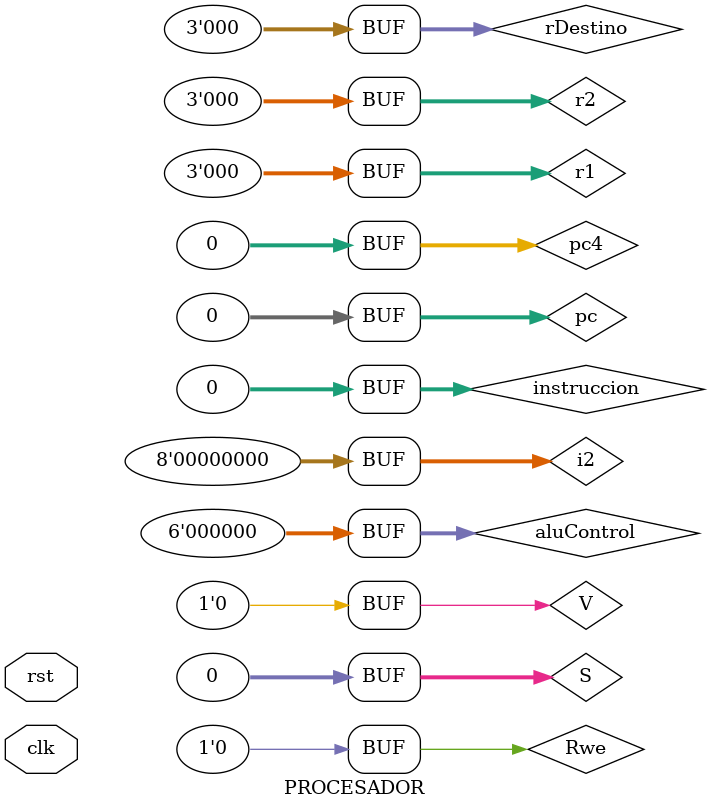
<source format=sv>

module PROCESADOR(
	input logic clk,
	input logic rst
);

//---------	VARIABLES
	logic[31:0] pc = 0;
	logic[31:0] pc4 = 0;
	logic[31:0] instruccion = 0;
	logic[5:0] aluControl = 0;
	logic[2:0] r1 = 0;
	logic[2:0] r2 = 0;
	logic[2:0] rDestino = 0;
	logic[7:0] i1, i2 = 0; //inmediatos
	logic[31:0] A,B,S = 0; //Primer, segundo operando y resultado de ALU 
	logic N,Z,C,V = 0; // Negativo, Cero, Carry, Desbordamiento
	logic Rwe = 0; //Register write enable
	


//--------- LLAMADAS
_pc_counter 				pcCounter(clk,rst,pc4,pc);
_pc_counter_4 				pcCouterMas4(pc, pc4);
instruction_memory 		instMem(clk,pc,instruccion);
_control_unit				contUnit(instruccion,aluControl,r1,r2,rDestino,i1,i2);

_register_file				regFile(clk,Rwe,r1,r2,rDestino,S, rst,A,B);

alu							myAlu(A,B,aluControl,N,Z,C,V,S);


endmodule

</source>
